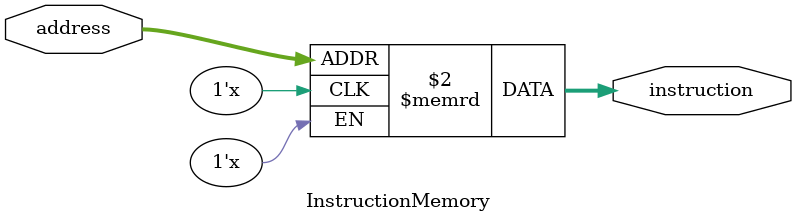
<source format=sv>
`timescale 1ns / 1ps


module InstructionMemory(
                         input  logic [31:0] address,
                         output logic [31:0] instruction             
    );
   
logic [31:0] mem [0:255];

always_comb begin
    instruction = mem[address];
end

    
    
endmodule

</source>
